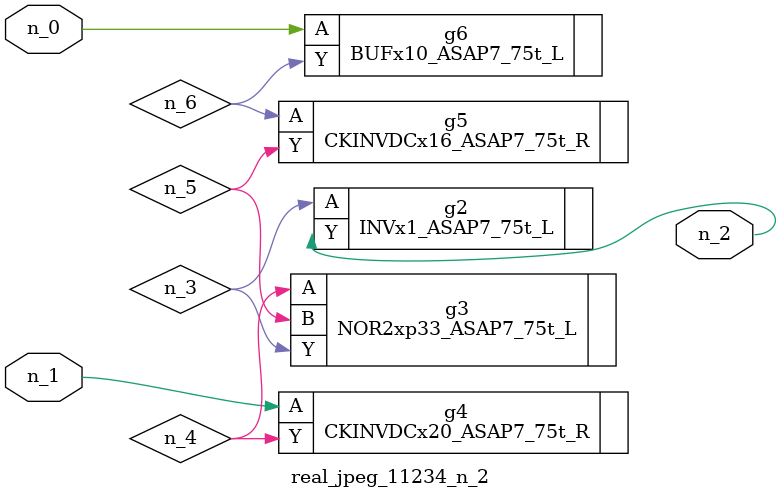
<source format=v>
module real_jpeg_11234_n_2 (n_1, n_0, n_2);

input n_1;
input n_0;

output n_2;

wire n_5;
wire n_4;
wire n_6;
wire n_3;

BUFx10_ASAP7_75t_L g6 ( 
.A(n_0),
.Y(n_6)
);

CKINVDCx20_ASAP7_75t_R g4 ( 
.A(n_1),
.Y(n_4)
);

INVx1_ASAP7_75t_L g2 ( 
.A(n_3),
.Y(n_2)
);

NOR2xp33_ASAP7_75t_L g3 ( 
.A(n_4),
.B(n_5),
.Y(n_3)
);

CKINVDCx16_ASAP7_75t_R g5 ( 
.A(n_6),
.Y(n_5)
);


endmodule
</source>
